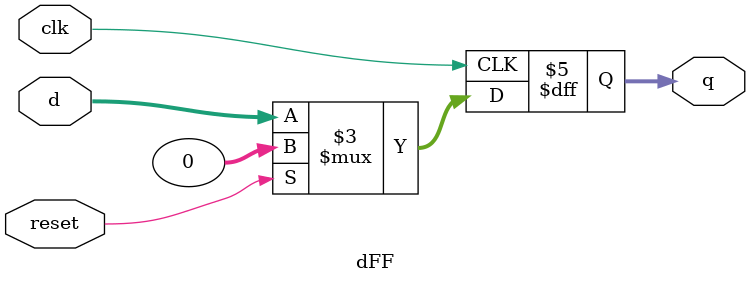
<source format=sv>
module dFF #(parameter n = 32) (
  input  logic          clk,
  input  logic          reset,
  input  logic [n-1:0]  d,
  output logic [n-1:0]  q
);

always_ff @(posedge clk) begin
  if (reset)  q <= 0;
  else        q <= d;
end

endmodule
</source>
